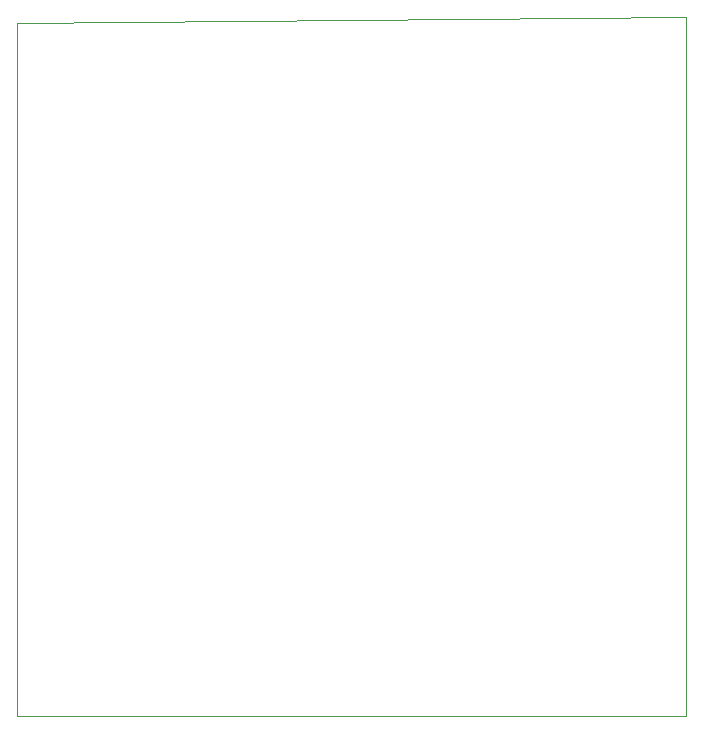
<source format=gko>
G04 #@! TF.GenerationSoftware,KiCad,Pcbnew,(5.1.4)-1*
G04 #@! TF.CreationDate,2020-02-18T04:52:29-05:00*
G04 #@! TF.ProjectId,PCB Design,50434220-4465-4736-9967-6e2e6b696361,rev?*
G04 #@! TF.SameCoordinates,Original*
G04 #@! TF.FileFunction,Profile,NP*
%FSLAX46Y46*%
G04 Gerber Fmt 4.6, Leading zero omitted, Abs format (unit mm)*
G04 Created by KiCad (PCBNEW (5.1.4)-1) date 2020-02-18 04:52:29*
%MOMM*%
%LPD*%
G04 APERTURE LIST*
%ADD10C,0.050000*%
G04 APERTURE END LIST*
D10*
X127000000Y-145034000D02*
X183642000Y-145034000D01*
X127000000Y-86360000D02*
X127000000Y-145034000D01*
X183642000Y-85852000D02*
X127000000Y-86360000D01*
X183642000Y-145034000D02*
X183642000Y-85852000D01*
M02*

</source>
